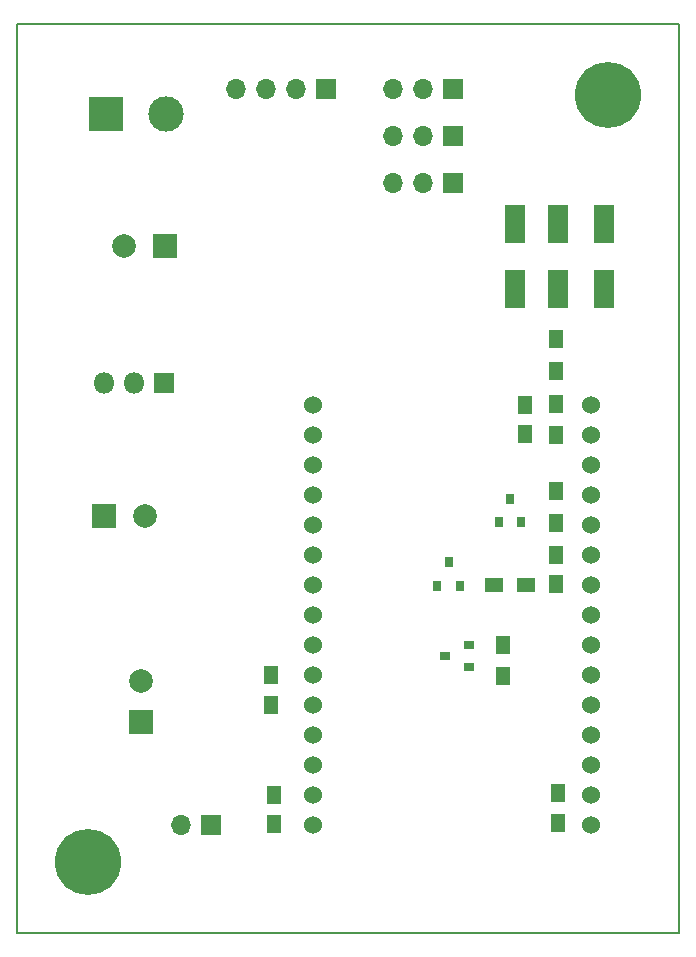
<source format=gbr>
%TF.GenerationSoftware,KiCad,Pcbnew,(5.1.9)-1*%
%TF.CreationDate,2021-12-22T12:25:31+01:00*%
%TF.ProjectId,led_unterm_bett,6c65645f-756e-4746-9572-6d5f62657474,v1r1*%
%TF.SameCoordinates,Original*%
%TF.FileFunction,Soldermask,Bot*%
%TF.FilePolarity,Negative*%
%FSLAX46Y46*%
G04 Gerber Fmt 4.6, Leading zero omitted, Abs format (unit mm)*
G04 Created by KiCad (PCBNEW (5.1.9)-1) date 2021-12-22 12:25:31*
%MOMM*%
%LPD*%
G01*
G04 APERTURE LIST*
%TA.AperFunction,Profile*%
%ADD10C,0.150000*%
%TD*%
%ADD11C,5.600000*%
%ADD12R,1.700000X3.300000*%
%ADD13R,1.250000X1.500000*%
%ADD14R,2.000000X2.000000*%
%ADD15C,2.000000*%
%ADD16R,3.000000X3.000000*%
%ADD17C,3.000000*%
%ADD18R,0.800000X0.900000*%
%ADD19R,0.900000X0.800000*%
%ADD20R,1.300000X1.500000*%
%ADD21R,1.500000X1.300000*%
%ADD22R,1.800000X1.800000*%
%ADD23O,1.800000X1.800000*%
%ADD24R,1.700000X1.700000*%
%ADD25O,1.700000X1.700000*%
%ADD26C,1.524000*%
G04 APERTURE END LIST*
D10*
X173000000Y-136000000D02*
X117000000Y-136000000D01*
X173000000Y-59000000D02*
X173000000Y-136000000D01*
X117000000Y-59000000D02*
X173000000Y-59000000D01*
X117000000Y-136000000D02*
X117000000Y-59000000D01*
X173000000Y-136000000D02*
X117000000Y-136000000D01*
X173000000Y-59000000D02*
X173000000Y-136000000D01*
X117000000Y-59000000D02*
X173000000Y-59000000D01*
X117000000Y-136000000D02*
X117000000Y-59000000D01*
D11*
%TO.C,REF\u002A\u002A*%
X123000000Y-130000000D03*
%TD*%
%TO.C,REF\u002A\u002A*%
X167000000Y-65000000D03*
%TD*%
D12*
%TO.C,D3*%
X166700000Y-81450000D03*
X166700000Y-75950000D03*
%TD*%
%TO.C,D2*%
X162800000Y-81450000D03*
X162800000Y-75950000D03*
%TD*%
%TO.C,D1*%
X159100000Y-81450000D03*
X159100000Y-75950000D03*
%TD*%
D13*
%TO.C,C1*%
X160000000Y-93750000D03*
X160000000Y-91250000D03*
%TD*%
%TO.C,C2*%
X138500000Y-116650000D03*
X138500000Y-114150000D03*
%TD*%
%TO.C,C3*%
X138700000Y-126750000D03*
X138700000Y-124250000D03*
%TD*%
%TO.C,C4*%
X162600000Y-106450000D03*
X162600000Y-103950000D03*
%TD*%
%TO.C,C5*%
X162800000Y-124150000D03*
X162800000Y-126650000D03*
%TD*%
D14*
%TO.C,C6*%
X129500000Y-77800000D03*
D15*
X126000000Y-77800000D03*
%TD*%
D14*
%TO.C,C7*%
X124300000Y-100700000D03*
D15*
X127800000Y-100700000D03*
%TD*%
D14*
%TO.C,C8*%
X127500000Y-118100000D03*
D15*
X127500000Y-114600000D03*
%TD*%
D16*
%TO.C,J5*%
X124500000Y-66600000D03*
D17*
X129580000Y-66600000D03*
%TD*%
D18*
%TO.C,Q1*%
X159650000Y-101200000D03*
X157750000Y-101200000D03*
X158700000Y-99200000D03*
%TD*%
%TO.C,Q2*%
X154450000Y-106600000D03*
X152550000Y-106600000D03*
X153500000Y-104600000D03*
%TD*%
D19*
%TO.C,Q3*%
X155200000Y-111550000D03*
X155200000Y-113450000D03*
X153200000Y-112500000D03*
%TD*%
D20*
%TO.C,R1*%
X162600000Y-85650000D03*
X162600000Y-88350000D03*
%TD*%
%TO.C,R2*%
X162600000Y-91150000D03*
X162600000Y-93850000D03*
%TD*%
%TO.C,R3*%
X162600000Y-101250000D03*
X162600000Y-98550000D03*
%TD*%
D21*
%TO.C,R4*%
X157350000Y-106500000D03*
X160050000Y-106500000D03*
%TD*%
D20*
%TO.C,R5*%
X158100000Y-111550000D03*
X158100000Y-114250000D03*
%TD*%
D22*
%TO.C,U2*%
X129400000Y-89400000D03*
D23*
X126860000Y-89400000D03*
X124320000Y-89400000D03*
%TD*%
D24*
%TO.C,J1*%
X153900000Y-72500000D03*
D25*
X151360000Y-72500000D03*
X148820000Y-72500000D03*
%TD*%
D24*
%TO.C,J2*%
X153900000Y-68500000D03*
D25*
X151360000Y-68500000D03*
X148820000Y-68500000D03*
%TD*%
D24*
%TO.C,J3*%
X153900000Y-64500000D03*
D25*
X151360000Y-64500000D03*
X148820000Y-64500000D03*
%TD*%
D24*
%TO.C,J4*%
X133400000Y-126800000D03*
D25*
X130860000Y-126800000D03*
%TD*%
D24*
%TO.C,J6*%
X143100000Y-64500000D03*
D25*
X140560000Y-64500000D03*
X138020000Y-64500000D03*
X135480000Y-64500000D03*
%TD*%
D26*
%TO.C,U1*%
X142035000Y-91250000D03*
X142035000Y-93790000D03*
X142035000Y-96330000D03*
X142035000Y-98870000D03*
X142035000Y-101410000D03*
X142035000Y-103950000D03*
X142035000Y-106490000D03*
X142035000Y-109030000D03*
X142035000Y-111570000D03*
X142035000Y-114110000D03*
X142035000Y-116650000D03*
X142035000Y-119190000D03*
X142035000Y-121730000D03*
X142035000Y-124270000D03*
X142035000Y-126810000D03*
X165530000Y-126810000D03*
X165530000Y-124270000D03*
X165530000Y-121730000D03*
X165530000Y-119190000D03*
X165530000Y-116650000D03*
X165530000Y-114110000D03*
X165530000Y-111570000D03*
X165530000Y-109030000D03*
X165530000Y-106490000D03*
X165530000Y-103950000D03*
X165530000Y-101410000D03*
X165530000Y-98870000D03*
X165530000Y-96330000D03*
X165530000Y-93790000D03*
X165530000Y-91250000D03*
%TD*%
M02*

</source>
